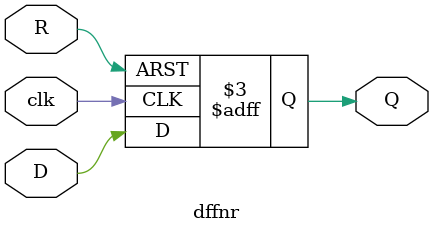
<source format=v>
module dffnr(D,clk,R,Q);
input D;      // Data input 
input clk;    // clock input 
input R;      // reset input 
output reg Q;     // output Q 

always @(negedge clk or negedge R) 

begin
	if (R == 1'b0) begin // reset active low
            Q <= 1'b0;
	end 
	else begin
            Q <= D; 
        end
end 
endmodule 

</source>
